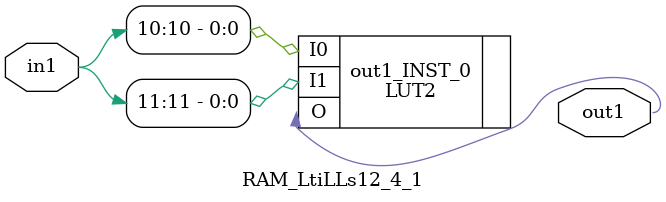
<source format=v>
`timescale 1 ps / 1 ps

(* STRUCTURAL_NETLIST = "yes" *)
module RAM_LtiLLs12_4_1
   (in1,
    out1);
  input [11:0]in1;
  output out1;

  wire [11:0]in1;
  wire out1;

LUT2 #(
    .INIT(4'hD)) 
     out1_INST_0
       (.I0(in1[10]),
        .I1(in1[11]),
        .O(out1));
endmodule


</source>
